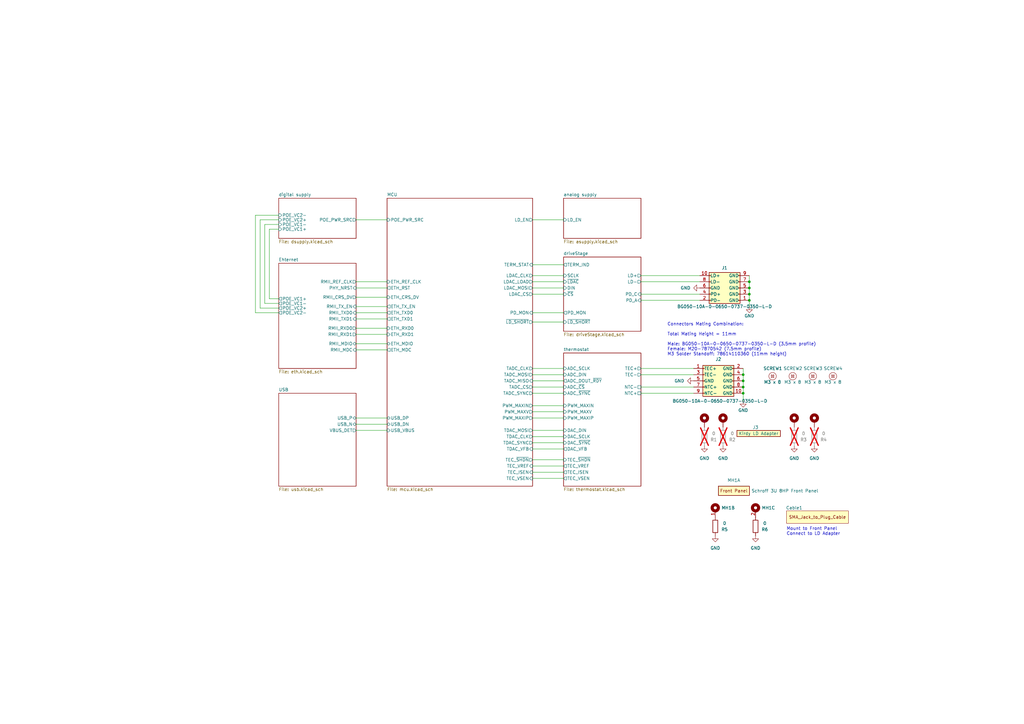
<source format=kicad_sch>
(kicad_sch (version 20230121) (generator eeschema)
  (paper "A3")
  (title_block (title "Kirdy") (date "2023-11-27") (rev "r0_3") (company "M-Labs Limited") (comment 1 "Linus Woo Chun Kit"))
  (lib_symbols
    (symbol "Device:R" (pin_numbers hide) (pin_names (offset 0))
      (property "Reference" "R" (at 2.032 0 90))
      (property "Value" "R" (at 0 0 90))
      (symbol "R_0_1"
        (rectangle (start -1.016 -2.54) (end 1.016 2.54) (stroke (width 0.254)))
      )
      (symbol "R_1_1"
        (pin passive line (at 0 3.81 270) (length 1.27) (name "~") (number "1"))
        (pin passive line (at 0 -3.81 90) (length 1.27) (name "~") (number "2"))
      )
    )
    (symbol "Mechanical:MountingHole_Pad" (pin_numbers hide) (pin_names (offset 1.016) hide)
      (property "Reference" "H" (at 0 6.35 0))
      (property "Value" "MountingHole_Pad" (at 0 4.445 0))
      (symbol "MountingHole_Pad_0_1"
        (circle (center 0 1.27) (radius 1.27) (stroke (width 1.27)))
      )
      (symbol "MountingHole_Pad_1_1"
        (pin input line (at 0 -2.54 90) (length 2.54) (name "1") (number "1"))
      )
    )
    (symbol "Panel_1"
      (property "Reference" "MH" (at 1.27 3.175 0))
      (symbol "Panel_1_1_1"
        (rectangle (start 0 0) (end 12.7 -3.81) (stroke (width 0.254)) (fill (type background)))
        (text "Front Panel" (at 6.35 -1.905 0) (effects (font (size 1.27 1.27))))
      )
      (symbol "Panel_1_2_1"
        (circle (center 0 0) (radius 1.27) (stroke (width 1.27)))
        (pin input line (at 3.81 0 180) (length 2.54) (name "") (number "1"))
      )
      (symbol "Panel_1_3_1"
        (circle (center 0 0) (radius 1.27) (stroke (width 1.27)))
        (pin input line (at 3.81 0 180) (length 2.54) (name "") (number "2"))
      )
    )
    (symbol "kirdy:Kirdy_Adapter_HDR1"
      (property "Reference" "J" (at 5.08 2.54 0))
      (property "Value" "BG050-10A-0-0650-0737-0350-L-D" (at 10.16 -12.7 0))
      (symbol "Kirdy_Adapter_HDR1_1_1"
        (rectangle (start 3.81 -10.033) (end 4.445 -10.287) (stroke (width 0.1524)))
        (rectangle (start 3.81 -7.493) (end 4.445 -7.747) (stroke (width 0.1524)))
        (rectangle (start 3.81 -4.953) (end 4.445 -5.207) (stroke (width 0.1524)))
        (rectangle (start 3.81 -2.413) (end 4.445 -2.667) (stroke (width 0.1524)))
        (rectangle (start 3.81 0.127) (end 4.445 -0.127) (stroke (width 0.1524)))
        (rectangle (start 3.81 1.27) (end 16.51 -11.43) (stroke (width 0.254)) (fill (type background)))
        (rectangle (start 15.875 -10.033) (end 16.51 -10.287) (stroke (width 0.1524)))
        (rectangle (start 15.875 -7.493) (end 16.51 -7.747) (stroke (width 0.1524)))
        (rectangle (start 15.875 -4.953) (end 16.51 -5.207) (stroke (width 0.1524)))
        (rectangle (start 15.875 -2.413) (end 16.51 -2.667) (stroke (width 0.1524)))
        (rectangle (start 15.875 0.127) (end 16.51 -0.127) (stroke (width 0.1524)))
        (pin passive line (at 0 0 0) (length 3.81) (name "TEC+") (number "1"))
        (pin passive line (at 20.32 -10.16 180) (length 3.81) (name "GND") (number "10"))
        (pin passive line (at 20.32 0 180) (length 3.81) (name "GND") (number "2"))
        (pin passive line (at 0 -2.54 0) (length 3.81) (name "TEC-") (number "3"))
        (pin passive line (at 20.32 -2.54 180) (length 3.81) (name "GND") (number "4"))
        (pin passive line (at 0 -5.08 0) (length 3.81) (name "GND") (number "5"))
        (pin passive line (at 20.32 -5.08 180) (length 3.81) (name "GND") (number "6"))
        (pin passive line (at 0 -7.62 0) (length 3.81) (name "NTC+") (number "7"))
        (pin passive line (at 20.32 -7.62 180) (length 3.81) (name "GND") (number "8"))
        (pin passive line (at 0 -10.16 0) (length 3.81) (name "NTC-") (number "9"))
      )
    )
    (symbol "kirdy:Kirdy_Adapter_HDR2"
      (property "Reference" "J" (at 5.08 2.54 0))
      (property "Value" "BG050-10A-0-0650-0737-0350-L-D" (at 10.16 -12.7 0))
      (symbol "Kirdy_Adapter_HDR2_1_1"
        (rectangle (start 3.81 -10.033) (end 4.445 -10.287) (stroke (width 0.1524)))
        (rectangle (start 3.81 -7.493) (end 4.445 -7.747) (stroke (width 0.1524)))
        (rectangle (start 3.81 -4.953) (end 4.445 -5.207) (stroke (width 0.1524)))
        (rectangle (start 3.81 -2.413) (end 4.445 -2.667) (stroke (width 0.1524)))
        (rectangle (start 3.81 0.127) (end 4.445 -0.127) (stroke (width 0.1524)))
        (rectangle (start 3.81 1.27) (end 16.51 -11.43) (stroke (width 0.254)) (fill (type background)))
        (rectangle (start 15.875 -10.033) (end 16.51 -10.287) (stroke (width 0.1524)))
        (rectangle (start 15.875 -7.493) (end 16.51 -7.747) (stroke (width 0.1524)))
        (rectangle (start 15.875 -4.953) (end 16.51 -5.207) (stroke (width 0.1524)))
        (rectangle (start 15.875 -2.413) (end 16.51 -2.667) (stroke (width 0.1524)))
        (rectangle (start 15.875 0.127) (end 16.51 -0.127) (stroke (width 0.1524)))
        (pin passive line (at 0 0 0) (length 3.81) (name "GND") (number "1"))
        (pin passive line (at 20.32 -10.16 180) (length 3.81) (name "LD+") (number "10"))
        (pin passive line (at 20.32 0 180) (length 3.81) (name "PD-") (number "2"))
        (pin passive line (at 0 -2.54 0) (length 3.81) (name "GND") (number "3"))
        (pin passive line (at 20.32 -2.54 180) (length 3.81) (name "PD+") (number "4"))
        (pin passive line (at 0 -5.08 0) (length 3.81) (name "GND") (number "5"))
        (pin passive line (at 20.32 -5.08 180) (length 3.81) (name "GND") (number "6"))
        (pin passive line (at 0 -7.62 0) (length 3.81) (name "GND") (number "7"))
        (pin passive line (at 20.32 -7.62 180) (length 3.81) (name "LD-") (number "8"))
        (pin passive line (at 0 -10.16 0) (length 3.81) (name "GND") (number "9"))
      )
    )
    (symbol "kirdy:Kirdy_LD_Adapter" (pin_names (offset 1.016) hide)
      (property "Reference" "J" (at -6.35 2.54 0))
      (property "Value" "Kirdy_LD_Adapter" (at 1.27 0 0))
      (symbol "Kirdy_LD_Adapter_1_1"
        (rectangle (start -7.62 1.27) (end 10.16 -1.27) (stroke (width 0.254)) (fill (type background)))
      )
    )
    (symbol "kirdy:Panel"
      (property "Reference" "MH" (at 1.27 3.175 0))
      (symbol "Panel_1_1"
        (rectangle (start 0 0) (end 12.7 -3.81) (stroke (width 0.254)) (fill (type background)))
        (text "Front Panel" (at 6.35 -1.905 0) (effects (font (size 1.27 1.27))))
      )
      (symbol "Panel_2_1"
        (circle (center 0 0) (radius 1.27) (stroke (width 1.27)))
        (pin input line (at 3.81 0 180) (length 2.54) (name "") (number "1"))
      )
      (symbol "Panel_3_1"
        (circle (center 0 0) (radius 1.27) (stroke (width 1.27)))
        (pin input line (at 3.81 0 180) (length 2.54) (name "") (number "2"))
      )
    )
    (symbol "kirdy:SMA_Jack_to_Plug_Cable" (on_board no)
      (property "Reference" "Cable" (at 2.54 1.27 0))
      (symbol "SMA_Jack_to_Plug_Cable_0_1"
        (rectangle (start 0 0) (end 25.4 -5.08) (fill (type background)))
      )
      (symbol "SMA_Jack_to_Plug_Cable_1_1"
        (text "SMA_Jack_to_Plug_Cable" (at 12.7 -2.54 0) (effects (font (size 1.27 1.27))))
      )
    )
    (symbol "kirdy:Screw" (on_board no)
      (property "Reference" "SCREW" (at 3.048 2.54 0))
      (symbol "Screw_0_1"
        (polyline (pts (xy -0.254 0) (xy -0.635 -0.381) (xy -0.381 -0.635) (xy 0 -0.254)))
        (polyline (pts (xy 0 -0.254) (xy 0.381 -0.635) (xy 0.635 -0.381) (xy 0.254 0)))
        (polyline (pts (xy 0 0.254) (xy -0.381 0.635) (xy -0.635 0.381) (xy -0.254 0)))
        (polyline (pts (xy 0.254 0) (xy 0.635 0.381) (xy 0.381 0.635) (xy 0 0.254)))
        (circle (center 0 0) (radius 1.524))
      )
    )
    (symbol "power:GND" (power) (pin_names (offset 0))
      (property "Value" "GND" (at 0 -3.81 0))
      (symbol "GND_0_1"
        (polyline (pts (xy 0 0) (xy 0 -1.27) (xy 1.27 -1.27) (xy 0 -2.54) (xy -1.27 -1.27) (xy 0 -1.27)))
      )
      (symbol "GND_1_1"
        (pin power_in line (at 0 0 270) (length 0) hide (name "GND") (number "1"))
      )
    )
  )
  (junction (at 307.34 118.11))
  (junction (at 304.8 153.67))
  (junction (at 304.8 158.75))
  (junction (at 304.8 161.29))
  (junction (at 307.34 120.65))
  (junction (at 307.34 123.19))
  (junction (at 307.34 115.57))
  (junction (at 304.8 156.21))
  (wire (pts (xy 304.8 153.67) (xy 304.8 156.21)))
  (wire (pts (xy 146.05 176.53) (xy 158.75 176.53)))
  (wire (pts (xy 108.585 92.075) (xy 108.585 124.46)))
  (wire (pts (xy 218.44 168.91) (xy 231.14 168.91)))
  (wire (pts (xy 106.68 126.365) (xy 106.68 90.17)))
  (wire (pts (xy 218.44 176.53) (xy 231.14 176.53)))
  (wire (pts (xy 304.8 151.13) (xy 304.8 153.67)))
  (wire (pts (xy 146.05 125.73) (xy 158.75 125.73)))
  (wire (pts (xy 307.34 115.57) (xy 307.34 118.11)))
  (wire (pts (xy 262.89 123.19) (xy 287.02 123.19)))
  (wire (pts (xy 114.3 122.555) (xy 110.49 122.555)))
  (wire (pts (xy 218.44 151.13) (xy 231.14 151.13)))
  (wire (pts (xy 146.05 173.99) (xy 158.75 173.99)))
  (wire (pts (xy 218.44 161.29) (xy 231.14 161.29)))
  (wire (pts (xy 146.05 115.57) (xy 158.75 115.57)))
  (wire (pts (xy 218.44 90.17) (xy 231.14 90.17)))
  (wire (pts (xy 218.44 171.45) (xy 231.14 171.45)))
  (wire (pts (xy 146.05 140.97) (xy 158.75 140.97)))
  (wire (pts (xy 218.44 196.215) (xy 231.14 196.215)))
  (wire (pts (xy 218.44 166.37) (xy 231.14 166.37)))
  (wire (pts (xy 218.44 184.15) (xy 231.14 184.15)))
  (wire (pts (xy 218.44 191.135) (xy 231.14 191.135)))
  (wire (pts (xy 218.44 179.07) (xy 231.14 179.07)))
  (wire (pts (xy 262.89 161.29) (xy 284.48 161.29)))
  (wire (pts (xy 146.05 121.92) (xy 158.75 121.92)))
  (wire (pts (xy 146.05 171.45) (xy 158.75 171.45)))
  (wire (pts (xy 307.34 120.65) (xy 307.34 123.19)))
  (wire (pts (xy 262.89 113.03) (xy 287.02 113.03)))
  (wire (pts (xy 146.05 90.17) (xy 158.75 90.17)))
  (wire (pts (xy 114.3 92.075) (xy 108.585 92.075)))
  (wire (pts (xy 110.49 93.98) (xy 114.3 93.98)))
  (wire (pts (xy 304.8 156.21) (xy 304.8 158.75)))
  (wire (pts (xy 106.68 90.17) (xy 114.3 90.17)))
  (wire (pts (xy 110.49 122.555) (xy 110.49 93.98)))
  (wire (pts (xy 304.8 158.75) (xy 304.8 161.29)))
  (wire (pts (xy 114.3 88.265) (xy 104.775 88.265)))
  (wire (pts (xy 307.34 123.19) (xy 307.34 125.73)))
  (wire (pts (xy 146.05 130.81) (xy 158.75 130.81)))
  (wire (pts (xy 218.44 115.57) (xy 231.14 115.57)))
  (wire (pts (xy 262.89 120.65) (xy 287.02 120.65)))
  (wire (pts (xy 146.05 118.11) (xy 158.75 118.11)))
  (wire (pts (xy 114.3 126.365) (xy 106.68 126.365)))
  (wire (pts (xy 146.05 128.27) (xy 158.75 128.27)))
  (wire (pts (xy 304.8 161.29) (xy 304.8 164.465)))
  (wire (pts (xy 262.89 158.75) (xy 284.48 158.75)))
  (wire (pts (xy 104.775 88.265) (xy 104.775 128.27)))
  (wire (pts (xy 218.44 132.08) (xy 231.14 132.08)))
  (wire (pts (xy 146.05 134.62) (xy 158.75 134.62)))
  (wire (pts (xy 218.44 118.11) (xy 231.14 118.11)))
  (wire (pts (xy 307.34 113.03) (xy 307.34 115.57)))
  (wire (pts (xy 218.44 156.21) (xy 231.14 156.21)))
  (wire (pts (xy 307.34 118.11) (xy 307.34 120.65)))
  (wire (pts (xy 218.44 128.27) (xy 231.14 128.27)))
  (wire (pts (xy 218.44 188.595) (xy 231.14 188.595)))
  (wire (pts (xy 218.44 153.67) (xy 231.14 153.67)))
  (wire (pts (xy 218.44 108.585) (xy 231.14 108.585)))
  (wire (pts (xy 218.44 181.61) (xy 231.14 181.61)))
  (wire (pts (xy 218.44 158.75) (xy 231.14 158.75)))
  (wire (pts (xy 218.44 120.65) (xy 231.14 120.65)))
  (wire (pts (xy 262.89 151.13) (xy 284.48 151.13)))
  (wire (pts (xy 262.89 153.67) (xy 284.48 153.67)))
  (wire (pts (xy 108.585 124.46) (xy 114.3 124.46)))
  (wire (pts (xy 146.05 143.51) (xy 158.75 143.51)))
  (wire (pts (xy 262.89 115.57) (xy 287.02 115.57)))
  (wire (pts (xy 104.775 128.27) (xy 114.3 128.27)))
  (wire (pts (xy 218.44 193.675) (xy 231.14 193.675)))
  (wire (pts (xy 218.44 113.03) (xy 231.14 113.03)))
  (wire (pts (xy 146.05 137.16) (xy 158.75 137.16)))
  (text "Mount to Front Panel \nConnect to LD Adapter" (at 322.58 219.71 0) (effects (font (size 1.27 1.27)) (justify left bottom)))
  (text "Connectors Mating Combination:\n\nTotal Mating Height = 11mm\n\nMale: BG050-10A-0-0650-0737-0350-L-D (3.5mm profile) \nFemale: M20-7870542 (7.5mm profile) \nM3 Solder Standoff: 78614110360 (11mm height)" (at 273.685 146.05 0) (effects (font (size 1.27 1.27)) (justify left bottom)))
  (symbol (lib_id "power:GND") (at 309.88 219.71 0) (unit 1)
    (property "Reference" "#PWR010" (effects hide))
    (property "Value" "GND" (at 309.88 224.79 0))
  )
  (symbol (lib_id "Device:R") (at 296.545 179.07 180) (unit 1) (dnp yes)
    (property "Reference" "R2" (at 300.355 180.34 0))
    (property "Value" "0" (at 300.355 177.8 0))
    (property "Footprint" "Resistor_SMD:R_0603_1608Metric" (effects hide))
    (property "MFR_PN" "RMCF0603ZT0R00" (effects hide))
    (property "MFR_PN_ALT" "CR0603-J/-000ELF" (effects hide))
  )
  (symbol (lib_id "Device:R") (at 293.37 215.9 180) (unit 1)
    (property "Reference" "R5" (at 297.18 217.17 0))
    (property "Value" "0" (at 297.18 214.63 0))
    (property "Footprint" "Resistor_SMD:R_0603_1608Metric" (effects hide))
    (property "MFR_PN" "RMCF0603ZT0R00" (effects hide))
    (property "MFR_PN_ALT" "CR0603-J/-000ELF" (effects hide))
  )
  (symbol (lib_id "kirdy:Kirdy_LD_Adapter") (at 309.88 177.8 0) (unit 1)
    (property "Reference" "J3" (at 309.88 175.26 0))
    (property "Value" "Kirdy LD Adapter" (at 311.15 177.8 0))
    (property "Footprint" "kirdy:Kirdy_LD_Adapter" (effects hide))
    (property "MFR_PN" "Kirdy_LD_Adapter_PCB" (effects hide))
  )
  (symbol (lib_id "kirdy:Panel") (at 309.88 208.28 270) (unit 3)
    (property "Reference" "MH1" (at 312.42 208.28 90) (effects (justify left)))
    (property "Value" "Schroff 3U 8HP Front Panel" (effects hide))
    (property "Footprint" "kirdy:Panel" (effects hide))
    (property "MFR_PN" "20848-668" (effects hide))
  )
  (symbol (lib_id "kirdy:Screw") (at 316.865 154.305 0) (unit 1) (on_board no)
    (property "Reference" "SCREW1" (at 313.055 151.13 0) (effects (justify left)))
    (property "Value" "M3 x 8" (at 316.865 156.718 0))
    (property "MFR_PN" "EDLV-M3-L8" (effects hide))
    (property "MFR_PN_ALT" "FH4-M3-8 " (effects hide))
    (property "Comment" "https://jlcmc.com/product/s/E02/EDLV/cross-recessed-large-flat-head-screw" (effects hide))
  )
  (symbol (lib_id "kirdy:Kirdy_Adapter_HDR2") (at 307.34 123.19 180) (unit 1)
    (property "Reference" "J1" (at 297.18 109.855 0))
    (property "Value" "BG050-10A-0-0650-0737-0350-L-D" (at 297.18 125.73 0))
    (property "Footprint" "kirdy:BG050-10A-0-0650-0737-0350-L-D" (effects hide))
    (property "MFR_PN" "BG050-10A-0-0650-0737-0350-L-D" (effects hide))
    (property "MFR_PN_ALT" "BG050-10A-0-0450-0737-0350-L-D " (effects hide))
  )
  (symbol (lib_name "Panel_1") (lib_id "kirdy:Panel") (at 294.64 199.39 0) (unit 1)
    (property "Reference" "MH1" (at 300.99 196.977 0))
    (property "Value" "Schroff 3U 8HP Front Panel" (at 321.945 201.295 0))
    (property "Footprint" "kirdy:Panel" (effects hide))
    (property "MFR_PN" "20848-668" (effects hide))
  )
  (symbol (lib_id "power:GND") (at 307.34 125.73 0) (unit 1)
    (property "Reference" "#PWR02" (effects hide))
    (property "Value" "GND" (at 307.34 129.54 0))
  )
  (symbol (lib_id "kirdy:Screw") (at 333.375 154.305 0) (unit 1) (on_board no)
    (property "Reference" "SCREW3" (at 329.565 151.13 0) (effects (justify left)))
    (property "Value" "M3 x 8" (at 333.375 156.718 0))
    (property "MFR_PN" "EDLV-M3-L8" (effects hide))
    (property "MFR_PN_ALT" "FH4-M3-8 " (effects hide))
    (property "Comment" "https://jlcmc.com/product/s/E02/EDLV/cross-recessed-large-flat-head-screw" (effects hide))
  )
  (symbol (lib_id "Mechanical:MountingHole_Pad") (at 325.755 172.72 0) (unit 1)
    (property "Reference" "H3" (effects hide))
    (property "Value" "78614110360" (effects hide))
    (property "Footprint" "Mounting_Wuerth:Mounting_Wuerth_WA-SMSI-M3_H11mm_9774110360" (effects hide))
    (property "MFR_PN" "78614110360" (effects hide))
    (property "MFT_PN_ALT" "9774110360R" (effects hide))
  )
  (symbol (lib_id "power:GND") (at 287.02 118.11 270) (unit 1)
    (property "Reference" "#PWR01" (effects hide))
    (property "Value" "GND" (at 283.21 118.11 90) (effects (justify right)))
  )
  (symbol (lib_id "Mechanical:MountingHole_Pad") (at 288.925 172.72 0) (unit 1)
    (property "Reference" "H1" (effects hide))
    (property "Value" "78614110360" (effects hide))
    (property "Footprint" "Mounting_Wuerth:Mounting_Wuerth_WA-SMSI-M3_H11mm_9774110360" (effects hide))
    (property "Datasheet" "~" (at 288.925 172.72 0))
    (property "MFR_PN" "78614110360" (effects hide))
    (property "MFR_PN_ALT" "9774110360R" (effects hide))
  )
  (symbol (lib_id "Device:R") (at 325.755 179.07 180) (unit 1) (dnp yes)
    (property "Reference" "R3" (at 329.565 180.34 0))
    (property "Value" "0" (at 329.565 177.8 0))
    (property "Footprint" "Resistor_SMD:R_0603_1608Metric" (effects hide))
    (property "MFR_PN" "RMCF0603ZT0R00" (effects hide))
    (property "MFR_PN_ALT" "CR0603-J/-000ELF" (effects hide))
  )
  (symbol (lib_id "power:GND") (at 296.545 182.88 0) (unit 1)
    (property "Reference" "#PWR06" (effects hide))
    (property "Value" "GND" (at 296.545 187.96 0))
  )
  (symbol (lib_id "power:GND") (at 288.925 182.88 0) (unit 1)
    (property "Reference" "#PWR05" (effects hide))
    (property "Value" "GND" (at 288.925 187.96 0))
  )
  (symbol (lib_id "Mechanical:MountingHole_Pad") (at 334.01 172.72 0) (unit 1)
    (property "Reference" "H4" (effects hide))
    (property "Value" "78614110360" (effects hide))
    (property "Footprint" "Mounting_Wuerth:Mounting_Wuerth_WA-SMSI-M3_H11mm_9774110360" (effects hide))
    (property "MFR_PN" "78614110360" (effects hide))
    (property "MFR_PN_ALT" "9774110360R" (effects hide))
  )
  (symbol (lib_id "Mechanical:MountingHole_Pad") (at 296.545 172.72 0) (unit 1)
    (property "Reference" "H2" (effects hide))
    (property "Value" "78614110360" (effects hide))
    (property "Footprint" "Mounting_Wuerth:Mounting_Wuerth_WA-SMSI-M3_H11mm_9774110360" (effects hide))
    (property "MFR_PN" "78614110360" (effects hide))
    (property "MFR_PN_ALT" "9774110360R" (effects hide))
  )
  (symbol (lib_id "power:GND") (at 334.01 182.88 0) (unit 1)
    (property "Reference" "#PWR08" (effects hide))
    (property "Value" "GND" (at 334.01 187.96 0))
  )
  (symbol (lib_id "kirdy:Screw") (at 325.12 154.305 0) (unit 1) (on_board no)
    (property "Reference" "SCREW2" (at 321.31 151.13 0) (effects (justify left)))
    (property "Value" "M3 x 8" (at 325.12 156.718 0))
    (property "MFR_PN" "EDLV-M3-L8" (effects hide))
    (property "MFR_PN_ALT" "FH4-M3-8 " (effects hide))
    (property "Comment" "https://jlcmc.com/product/s/E02/EDLV/cross-recessed-large-flat-head-screw" (effects hide))
  )
  (symbol (lib_id "Device:R") (at 334.01 179.07 180) (unit 1) (dnp yes)
    (property "Reference" "R4" (at 337.82 180.34 0))
    (property "Value" "0" (at 337.82 177.8 0))
    (property "Footprint" "Resistor_SMD:R_0603_1608Metric" (effects hide))
    (property "MFR_PN" "RMCF0603ZT0R00" (effects hide))
    (property "MFR_PN_ALT" "CR0603-J/-000ELF" (effects hide))
  )
  (symbol (lib_id "kirdy:SMA_Jack_to_Plug_Cable") (at 322.58 209.55 0) (unit 1) (on_board no)
    (property "Reference" "Cable1" (at 325.755 208.28 0))
    (property "Value" "SMA_Jack_to_Plug_Cable" (effects hide))
    (property "MFR_PN" "095-902-477-006" (effects hide))
    (property "MFR_PN_ALT" "095-902-481-006" (effects hide))
    (property "Comment" "Minimum Length of Cable: 120mm" (effects hide))
  )
  (symbol (lib_id "power:GND") (at 293.37 219.71 0) (unit 1)
    (property "Reference" "#PWR09" (effects hide))
    (property "Value" "GND" (at 293.37 224.79 0))
  )
  (symbol (lib_id "power:GND") (at 284.48 156.21 270) (unit 1)
    (property "Reference" "#PWR03" (effects hide))
    (property "Value" "GND" (at 280.67 156.21 90) (effects (justify right)))
  )
  (symbol (lib_id "Device:R") (at 288.925 179.07 180) (unit 1) (dnp yes)
    (property "Reference" "R1" (at 292.735 180.34 0))
    (property "Value" "0" (at 292.735 177.8 0))
    (property "Footprint" "Resistor_SMD:R_0603_1608Metric" (effects hide))
    (property "MFR_PN" "RMCF0603ZT0R00" (effects hide))
    (property "MFR_PN_ALT" "CR0603-J/-000ELF" (effects hide))
  )
  (symbol (lib_id "kirdy:Screw") (at 341.63 154.305 0) (unit 1) (on_board no)
    (property "Reference" "SCREW4" (at 337.82 151.13 0) (effects (justify left)))
    (property "Value" "M3 x 8" (at 341.63 156.718 0))
    (property "MFR_PN" "EDLV-M3-L8" (effects hide))
    (property "MFR_PN_ALT" "FH4-M3-8 " (effects hide))
    (property "Comment" "https://jlcmc.com/product/s/E02/EDLV/cross-recessed-large-flat-head-screw" (effects hide))
  )
  (symbol (lib_id "kirdy:Panel") (at 293.37 208.28 270) (unit 2)
    (property "Reference" "MH1" (at 295.91 208.28 90) (effects (justify left)))
    (property "Value" "Schroff 3U 8HP Front Panel" (effects hide))
    (property "Footprint" "kirdy:Panel" (effects hide))
    (property "MFR_PN" "20848-668" (effects hide))
  )
  (symbol (lib_id "kirdy:Kirdy_Adapter_HDR1") (at 284.48 151.13 0) (unit 1)
    (property "Reference" "J2" (at 294.64 147.32 0))
    (property "Value" "BG050-10A-0-0650-0737-0350-L-D" (at 295.275 164.465 0))
    (property "Footprint" "kirdy:BG050-10A-0-0650-0737-0350-L-D" (effects hide))
    (property "MFR_PN" "BG050-10A-0-0650-0737-0350-L-D" (effects hide))
    (property "MFR_PN_ALT" "BG050-10A-0-0450-0737-0350-L-D " (effects hide))
  )
  (symbol (lib_id "power:GND") (at 304.8 164.465 0) (unit 1)
    (property "Reference" "#PWR04" (effects hide))
    (property "Value" "GND" (at 304.8 168.275 0))
  )
  (symbol (lib_id "power:GND") (at 325.755 182.88 0) (unit 1)
    (property "Reference" "#PWR07" (effects hide))
    (property "Value" "GND" (at 325.755 187.96 0))
  )
  (symbol (lib_id "Device:R") (at 309.88 215.9 180) (unit 1)
    (property "Reference" "R6" (at 313.69 217.17 0))
    (property "Value" "0" (at 313.69 214.63 0))
    (property "Footprint" "Resistor_SMD:R_0603_1608Metric" (effects hide))
    (property "MFR_PN" "RMCF0603ZT0R00" (effects hide))
    (property "MFR_PN_ALT" "CR0603-J/-000ELF" (effects hide))
  )
  (sheet (at 114.3 107.95) (size 31.75 43.18) (stroke (width 0.1524))
    (property "Sheetname" "Ehternet" (at 114.3 107.2384 0) (effects (justify left bottom)))
    (property "Sheetfile" "eth.kicad_sch" (at 114.3 151.7146 0) (effects (justify left top)))
    (pin "RMII_MDIO" bidirectional (at 146.05 140.97 0))
    (pin "PHY_NRST" input (at 146.05 118.11 0))
    (pin "RMII_MDC" input (at 146.05 143.51 0))
    (pin "RMII_CRS_DV" output (at 146.05 121.92 0))
    (pin "RMII_TX_EN" input (at 146.05 125.73 0))
    (pin "RMII_TXD0" input (at 146.05 128.27 0))
    (pin "RMII_TXD1" input (at 146.05 130.81 0))
    (pin "RMII_RXD0" output (at 146.05 134.62 0))
    (pin "RMII_RXD1" output (at 146.05 137.16 0))
    (pin "RMII_REF_CLK" output (at 146.05 115.57 0))
    (pin "POE_VC1+" output (at 114.3 122.555 180))
    (pin "POE_VC1-" output (at 114.3 124.46 180))
    (pin "POE_VC2+" output (at 114.3 126.365 180))
    (pin "POE_VC2-" output (at 114.3 128.27 180))
  )
  (sheet (at 114.3 161.29) (size 31.75 38.1) (stroke (width 0.1524))
    (property "Sheetname" "USB" (at 114.3 160.5784 0) (effects (justify left bottom)))
    (property "Sheetfile" "usb.kicad_sch" (at 114.3 199.9746 0) (effects (justify left top)))
    (pin "USB_N" bidirectional (at 146.05 173.99 0))
    (pin "USB_P" bidirectional (at 146.05 171.45 0))
    (pin "VBUS_DET" output (at 146.05 176.53 0))
  )
  (sheet (at 231.14 105.41) (size 31.75 30.48) (stroke (width 0.1524))
    (property "Sheetname" "driveStage" (at 231.14 104.6984 0) (effects (justify left bottom)))
    (property "Sheetfile" "driveStage.kicad_sch" (at 231.14 136.4746 0) (effects (justify left top)))
    (pin "LD-" output (at 262.89 115.57 0))
    (pin "LD+" output (at 262.89 113.03 0))
    (pin "SCLK" input (at 231.14 113.03 180))
    (pin "DIN" input (at 231.14 118.11 180))
    (pin "~{LDAC}" input (at 231.14 115.57 180))
    (pin "~{CS}" input (at 231.14 120.65 180))
    (pin "PD_A" input (at 262.89 123.19 0))
    (pin "PD_C" input (at 262.89 120.65 0))
    (pin "PD_MON" output (at 231.14 128.27 180))
    (pin "~{LD_SHORT}" input (at 231.14 132.08 180))
    (pin "TERM_IND" output (at 231.14 108.585 180))
  )
  (sheet (at 114.3 81.28) (size 31.75 16.51) (stroke (width 0.1524))
    (property "Sheetname" "digital supply" (at 114.3 80.5684 0) (effects (justify left bottom)))
    (property "Sheetfile" "dsupply.kicad_sch" (at 114.3 98.3746 0) (effects (justify left top)))
    (pin "POE_PWR_SRC" output (at 146.05 90.17 0))
    (pin "POE_VC1-" input (at 114.3 92.075 180))
    (pin "POE_VC2-" input (at 114.3 88.265 180))
    (pin "POE_VC1+" input (at 114.3 93.98 180))
    (pin "POE_VC2+" input (at 114.3 90.17 180))
  )
  (sheet (at 231.14 144.78) (size 31.75 54.61) (stroke (width 0.1524))
    (property "Sheetname" "thermostat" (at 231.14 144.0684 0) (effects (justify left bottom)))
    (property "Sheetfile" "thermostat.kicad_sch" (at 231.14 199.9746 0) (effects (justify left top)))
    (pin "TEC-" output (at 262.89 153.67 0))
    (pin "TEC+" output (at 262.89 151.13 0))
    (pin "NTC-" passive (at 262.89 158.75 0))
    (pin "NTC+" passive (at 262.89 161.29 0))
    (pin "DAC_~{SYNC}" input (at 231.14 181.61 180))
    (pin "DAC_SCLK" input (at 231.14 179.07 180))
    (pin "DAC_DIN" input (at 231.14 176.53 180))
    (pin "PWM_MAXV" input (at 231.14 168.91 180))
    (pin "ADC_SCLK" input (at 231.14 151.13 180))
    (pin "ADC_DIN" input (at 231.14 153.67 180))
    (pin "ADC_DOUT_~{RDY}" output (at 231.14 156.21 180))
    (pin "ADC_~{CS}" input (at 231.14 158.75 180))
    (pin "ADC_~{SYNC}" input (at 231.14 161.29 180))
    (pin "PWM_MAXIN" input (at 231.14 166.37 180))
    (pin "PWM_MAXIP" input (at 231.14 171.45 180))
    (pin "TEC_~{SHDN}" input (at 231.14 188.595 180))
    (pin "TEC_ISEN" output (at 231.14 193.675 180))
    (pin "TEC_VREF" output (at 231.14 191.135 180))
    (pin "TEC_VSEN" output (at 231.14 196.215 180))
    (pin "DAC_VFB" output (at 231.14 184.15 180))
  )
  (sheet (at 231.14 81.28) (size 31.75 16.51) (stroke (width 0.1524))
    (property "Sheetname" "analog supply" (at 231.14 80.5684 0) (effects (justify left bottom)))
    (property "Sheetfile" "asupply.kicad_sch" (at 231.14 98.3746 0) (effects (justify left top)))
    (pin "LD_EN" input (at 231.14 90.17 180))
  )
  (sheet (at 158.75 81.28) (size 59.69 118.11) (stroke (width 0.1524))
    (property "Sheetname" "MCU" (at 158.75 80.5684 0) (effects (justify left bottom)))
    (property "Sheetfile" "mcu.kicad_sch" (at 158.75 199.9746 0) (effects (justify left top)))
    (pin "ETH_RST" output (at 158.75 118.11 180))
    (pin "ETH_MDIO" bidirectional (at 158.75 140.97 180))
    (pin "PD_MON" input (at 218.44 128.27 0))
    (pin "TEC_~{SHDN}" output (at 218.44 188.595 0))
    (pin "TEC_VREF" input (at 218.44 191.135 0))
    (pin "ETH_CRS_DV" input (at 158.75 121.92 180))
    (pin "USB_VBUS" input (at 158.75 176.53 180))
    (pin "TEC_ISEN" input (at 218.44 193.675 0))
    (pin "TEC_VSEN" input (at 218.44 196.215 0))
    (pin "USB_DP" bidirectional (at 158.75 171.45 180))
    (pin "USB_DN" bidirectional (at 158.75 173.99 180))
    (pin "TADC_CS" output (at 218.44 158.75 0))
    (pin "LDAC_CLK" output (at 218.44 113.03 0))
    (pin "ETH_TX_EN" output (at 158.75 125.73 180))
    (pin "ETH_TXD0" output (at 158.75 128.27 180))
    (pin "ETH_TXD1" output (at 158.75 130.81 180))
    (pin "LDAC_LOAD" output (at 218.44 115.57 0))
    (pin "POE_PWR_SRC" input (at 158.75 90.17 180))
    (pin "ETH_RXD0" input (at 158.75 134.62 180))
    (pin "ETH_RXD1" input (at 158.75 137.16 180))
    (pin "LDAC_MOSI" output (at 218.44 118.11 0))
    (pin "TADC_MOSI" output (at 218.44 153.67 0))
    (pin "TADC_MISO" input (at 218.44 156.21 0))
    (pin "PWM_MAXIP" output (at 218.44 171.45 0))
    (pin "ETH_MDC" output (at 158.75 143.51 180))
    (pin "LDAC_CS" output (at 218.44 120.65 0))
    (pin "TADC_SYNC" output (at 218.44 161.29 0))
    (pin "TDAC_CLK" output (at 218.44 179.07 0))
    (pin "TDAC_SYNC" output (at 218.44 181.61 0))
    (pin "TDAC_MOSI" output (at 218.44 176.53 0))
    (pin "PWM_MAXIN" output (at 218.44 166.37 0))
    (pin "PWM_MAXV" output (at 218.44 168.91 0))
    (pin "TADC_CLK" output (at 218.44 151.13 0))
    (pin "ETH_REF_CLK" input (at 158.75 115.57 180))
    (pin "LD_EN" output (at 218.44 90.17 0))
    (pin "~{LD_SHORT}" output (at 218.44 132.08 0))
    (pin "TERM_STAT" input (at 218.44 108.585 0))
    (pin "TDAC_VFB" input (at 218.44 184.15 0))
  )
)
</source>
